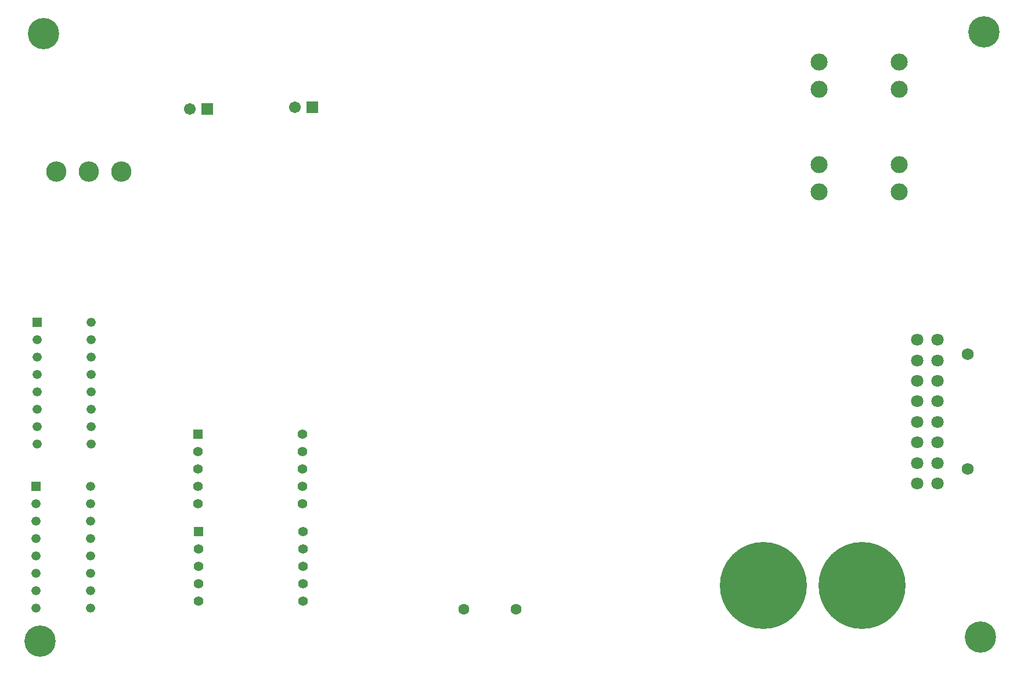
<source format=gbr>
G04*
G04 #@! TF.GenerationSoftware,Altium Limited,Altium Designer,22.4.2 (48)*
G04*
G04 Layer_Color=16711935*
%FSLAX25Y25*%
%MOIN*%
G70*
G04*
G04 #@! TF.SameCoordinates,D9C1796D-00DA-4533-86C4-8477C41658A7*
G04*
G04*
G04 #@! TF.FilePolarity,Negative*
G04*
G01*
G75*
%ADD89R,0.06706X0.06706*%
%ADD90C,0.06706*%
%ADD91C,0.11725*%
%ADD92C,0.09800*%
%ADD93C,0.17992*%
%ADD94C,0.50013*%
%ADD95C,0.05249*%
%ADD96R,0.05249X0.05249*%
%ADD97C,0.07119*%
%ADD98C,0.06804*%
%ADD99C,0.05524*%
%ADD100R,0.05524X0.05524*%
%ADD101C,0.06312*%
D89*
X212000Y440500D02*
D03*
X272500Y441500D02*
D03*
D90*
X202000Y440500D02*
D03*
X262500Y441500D02*
D03*
D91*
X125500Y404500D02*
D03*
X144004D02*
D03*
X162508D02*
D03*
D92*
X609500Y467748D02*
D03*
X563500D02*
D03*
Y408693D02*
D03*
Y392945D02*
D03*
Y452000D02*
D03*
X609500D02*
D03*
Y392945D02*
D03*
Y408693D02*
D03*
D93*
X656000Y137000D02*
D03*
X658000Y485000D02*
D03*
X118000Y484000D02*
D03*
X116000Y134500D02*
D03*
D94*
X531500Y166500D02*
D03*
X588000D02*
D03*
D95*
X145000Y203500D02*
D03*
Y223500D02*
D03*
Y183500D02*
D03*
Y193500D02*
D03*
Y213500D02*
D03*
Y173500D02*
D03*
Y153500D02*
D03*
Y163500D02*
D03*
X113740Y193500D02*
D03*
Y183500D02*
D03*
Y213500D02*
D03*
Y203500D02*
D03*
Y153500D02*
D03*
Y173500D02*
D03*
Y163500D02*
D03*
X145500Y298000D02*
D03*
Y318000D02*
D03*
Y278000D02*
D03*
Y288000D02*
D03*
Y308000D02*
D03*
Y268000D02*
D03*
Y248000D02*
D03*
Y258000D02*
D03*
X114240Y288000D02*
D03*
Y278000D02*
D03*
Y308000D02*
D03*
Y298000D02*
D03*
Y248000D02*
D03*
Y268000D02*
D03*
Y258000D02*
D03*
D96*
X113740Y223500D02*
D03*
X114240Y318000D02*
D03*
D97*
X631500Y296122D02*
D03*
Y284311D02*
D03*
Y272500D02*
D03*
Y260689D02*
D03*
Y248878D02*
D03*
Y237067D02*
D03*
Y225256D02*
D03*
X619689Y307933D02*
D03*
Y296122D02*
D03*
Y284311D02*
D03*
Y272500D02*
D03*
Y260689D02*
D03*
Y248878D02*
D03*
Y237067D02*
D03*
Y225256D02*
D03*
X631500Y307933D02*
D03*
D98*
X648508Y233720D02*
D03*
Y299469D02*
D03*
D99*
X266600Y253500D02*
D03*
X267100Y197500D02*
D03*
X266600Y243500D02*
D03*
Y233500D02*
D03*
Y223500D02*
D03*
Y213500D02*
D03*
X206600D02*
D03*
Y223500D02*
D03*
Y233500D02*
D03*
Y243500D02*
D03*
X207100Y187500D02*
D03*
Y177500D02*
D03*
Y167500D02*
D03*
Y157500D02*
D03*
X267100D02*
D03*
Y167500D02*
D03*
Y177500D02*
D03*
Y187500D02*
D03*
D100*
X206600Y253500D02*
D03*
X207100Y197500D02*
D03*
D101*
X359500Y153000D02*
D03*
X389421D02*
D03*
M02*

</source>
